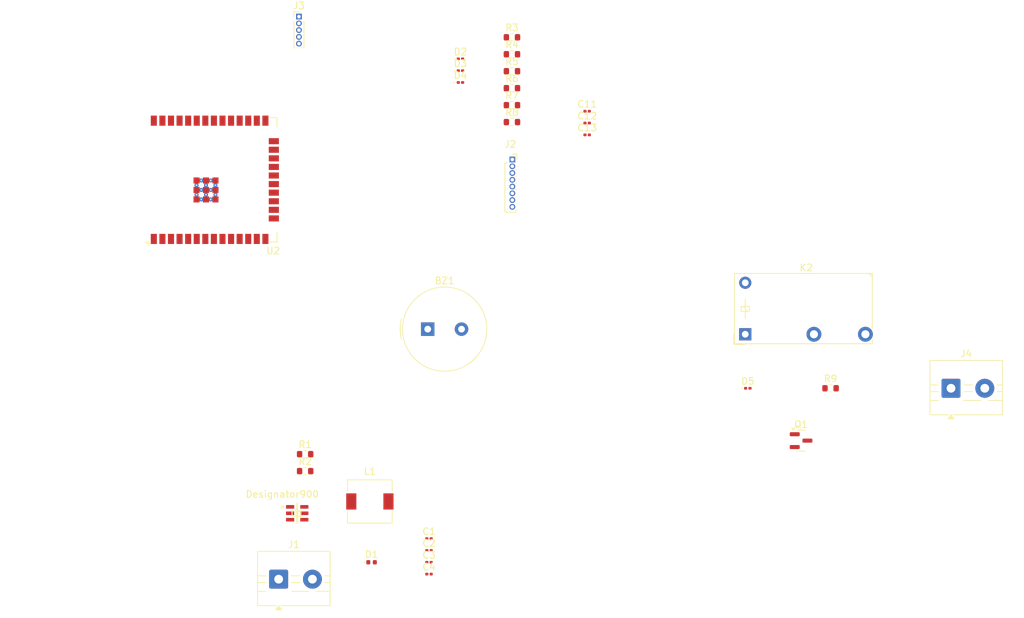
<source format=kicad_pcb>
(kicad_pcb (version 20241229) (generator "pcbnew") (generator_version "9.0")
  (layers (0 "F.Cu" signal) (2 "B.Cu" signal) (13 "F.Paste" user) (15 "B.Paste" user) (5 "F.SilkS" user "F.Silkscreen") (7 "B.SilkS" user "B.Silkscreen") (1 "F.Mask" user) (3 "B.Mask" user) (25 "Edge.Cuts" user))
  (net 0 "")
  (net 1 "+12V")
  (net 2 "GND")
  (net 3 "+3.3V")
  (net 4 "/EN")
  (net 5 "Net-(D1-A)")
  (net 6 "Net-(D2-A)")
  (net 7 "Net-(D3-A)")
  (net 8 "Net-(D4-A)")
  (net 9 "/to_SCK")
  (net 10 "/to_MISO")
  (net 11 "/to_NSS")
  (net 13 "/to_MOSI")
  (net 14 "/to_RST")
  (net 15 "Net-(U1-FB)")
  (net 16 "/green")
  (net 17 "/yellow")
  (net 18 "/red")
  (net 20 "/IO0")
  (net 30 "Net-(BZ1-+)")
  (net 34 "Net-(U1-SW)")
  (net 36 "/BOOT")
  (net 37 "/RST")
  (net 42 "/RXD")
  (net 43 "/TXD")
  (net 44 "Net-(U1-CB)")
  (net 45 "Net-(D5-A)")
  (net 46 "Net-(J4-Pin_2)")
  (net 47 "Net-(J4-Pin_1)")
  (net 48 "Net-(Q1-B)")
  (net 49 "/BUZZER")
  (net 50 "/RELAY")
  (footprint "LED_SMD:LED_0201_0603Metric" (layer "F.Cu") (at 157.655 69.5)
    (property "Reference" "D3" (at 0 -1.05 0) (layer "F.SilkS"))
    (property "Value" "LED")
    (fp_circle (center -0.86 0) (end -0.81 0) (stroke (width 0.1)) (fill no) (layer "F.SilkS"))
    (pad "1" smd roundrect (at -0.32 0) (size 0.46 0.4) (layers "F.Cu" "F.Mask") (net 2 "GND"))
    (pad "2" smd roundrect (at 0.32 0) (size 0.46 0.4) (layers "F.Cu" "F.Mask") (net 7 "Net-(D3-A)"))
  )
  (footprint "Resistor_SMD:R_0603_1608Metric" (layer "F.Cu") (at 212.425 116.5)
    (property "Reference" "R9" (at 0 -1.43 0) (layer "F.SilkS"))
    (property "Value" "1k")
    (fp_line (start -0.237258 -0.5225) (end 0.237258 -0.5225) (stroke (width 0.12)) (layer "F.SilkS"))
    (fp_line (start -0.237258 0.5225) (end 0.237258 0.5225) (stroke (width 0.12)) (layer "F.SilkS"))
    (pad "1" smd roundrect (at -0.825 0) (size 0.8 0.95) (layers "F.Cu" "F.Mask" "F.Paste") (net 50 "/RELAY"))
    (pad "2" smd roundrect (at 0.825 0) (size 0.8 0.95) (layers "F.Cu" "F.Mask" "F.Paste") (net 48 "Net-(Q1-B)"))
  )
  (footprint "Capacitor_SMD:C_0201_0603Metric" (layer "F.Cu") (at 153 142.25)
    (property "Reference" "C3" (at 0 -1.05 0) (layer "F.SilkS"))
    (property "Value" "100n")
    (pad "1" smd roundrect (at -0.32 0) (size 0.46 0.4) (layers "F.Cu" "F.Mask") (net 44 "Net-(U1-CB)"))
    (pad "2" smd roundrect (at 0.32 0) (size 0.46 0.4) (layers "F.Cu" "F.Mask") (net 34 "Net-(U1-SW)"))
  )
  (footprint "TerminalBlock:TerminalBlock_MaiXu_MX126-5.0-02P_1x02_P5.00mm" (layer "F.Cu") (at 130.75 144.75)
    (property "Reference" "J1" (at 2.25 -5.12 0) (layer "F.SilkS"))
    (property "Value" "Screw_Terminal_01x02")
    (fp_line (start -3.12 -4.12) (end -3.12 3.92) (stroke (width 0.12)) (layer "F.SilkS"))
    (fp_line (start -3.12 -4.12) (end 7.62 -4.12) (stroke (width 0.12)) (layer "F.SilkS"))
    (fp_line (start -3.12 -0.5) (end -1.88 -0.5) (stroke (width 0.12)) (layer "F.SilkS"))
    (fp_line (start -3.12 0.5) (end -1.88 0.5) (stroke (width 0.12)) (layer "F.SilkS"))
    (fp_line (start -3.12 1.8) (end -1.88 1.8) (stroke (width 0.12)) (layer "F.SilkS"))
    (fp_line (start -3.12 3.92) (end -0.3 3.92) (stroke (width 0.12)) (layer "F.SilkS"))
    (fp_line (start 0.3 3.92) (end 7.62 3.92) (stroke (width 0.12)) (layer "F.SilkS"))
    (fp_line (start 1.88 -0.5) (end 3.188 -0.5) (stroke (width 0.12)) (layer "F.SilkS"))
    (fp_line (start 1.88 0.5) (end 3.188 0.5) (stroke (width 0.12)) (layer "F.SilkS"))
    (fp_line (start 1.88 1.8) (end 4.457 1.8) (stroke (width 0.12)) (layer "F.SilkS"))
    (fp_line (start 5.543 1.8) (end 7.62 1.8) (stroke (width 0.12)) (layer "F.SilkS"))
    (fp_line (start 6.812 -0.5) (end 7.62 -0.5) (stroke (width 0.12)) (layer "F.SilkS"))
    (fp_line (start 6.812 0.5) (end 7.62 0.5) (stroke (width 0.12)) (layer "F.SilkS"))
    (fp_line (start 7.62 -4.12) (end 7.62 3.92) (stroke (width 0.12)) (layer "F.SilkS"))
    (fp_poly (pts (xy 0 3.92) (xy 0.44 4.53) (xy -0.44 4.53)) (stroke (width 0.12)) (fill yes) (layer "F.SilkS"))
    (pad "1" thru_hole roundrect (at 0 0) (size 2.8 2.8) (drill 1.3) (layers "*.Cu" "*.Mask") (roundrect_rratio 0.089286) (net 2 "GND"))
    (pad "2" thru_hole circle (at 5 0) (size 2.8 2.8) (drill 1.3) (layers "*.Cu" "*.Mask") (net 5 "Net-(D1-A)"))
  )
  (footprint "Resistor_SMD:R_0603_1608Metric" (layer "F.Cu") (at 165.275 64.56)
    (property "Reference" "R3" (at 0 -1.43 0) (layer "F.SilkS"))
    (property "Value" "1k")
    (fp_line (start -0.237258 -0.5225) (end 0.237258 -0.5225) (stroke (width 0.12)) (layer "F.SilkS"))
    (fp_line (start -0.237258 0.5225) (end 0.237258 0.5225) (stroke (width 0.12)) (layer "F.SilkS"))
    (pad "1" smd roundrect (at -0.825 0) (size 0.8 0.95) (layers "F.Cu" "F.Mask" "F.Paste") (net 16 "/green"))
    (pad "2" smd roundrect (at 0.825 0) (size 0.8 0.95) (layers "F.Cu" "F.Mask" "F.Paste") (net 6 "Net-(D2-A)"))
  )
  (footprint "Buzzer_Beeper:Buzzer_TDK_PS1240P02BT_D12.2mm_H6.5mm" (layer "F.Cu") (at 152.813431 107.75)
    (property "Reference" "BZ1" (at 2.5 -7.17 0) (layer "F.SilkS"))
    (property "Value" "Buzzer")
    (fp_arc (start -3.9 1.499999) (mid -4.073431 0) (end -3.9 -1.5) (stroke (width 0.12)) (layer "F.SilkS"))
    (fp_circle (center 2.5 0) (end 8.73 0) (stroke (width 0.12)) (fill no) (layer "F.SilkS"))
    (pad "1" thru_hole rect (at 0 0) (size 2 2) (drill 1) (layers "*.Cu" "*.Mask") (net 30 "Net-(BZ1-+)"))
    (pad "2" thru_hole circle (at 5 0) (size 2 2) (drill 1) (layers "*.Cu" "*.Mask") (net 2 "GND"))
  )
  (footprint "LMR516:DBV0006A-IPC_C" (layer "F.Cu") (at 133.5 135)
    (property "Reference" "U1" (at 0 0 0) (layer "F.SilkS"))
    (property "Value" "LMR51610XFQDBVRQ1")
    (fp_line (start -0.052136 -1.45) (end 0.052136 -1.45) (stroke (width 0.15)) (layer "F.SilkS"))
    (fp_line (start -0.052136 1.45) (end -0.052136 -1.45) (stroke (width 0.15)) (layer "F.SilkS"))
    (fp_line (start -0.052136 1.45) (end 0.052136 1.45) (stroke (width 0.15)) (layer "F.SilkS"))
    (fp_line (start 0.052136 1.45) (end 0.052136 -1.45) (stroke (width 0.15)) (layer "F.SilkS"))
    (fp_circle (center -2.203099 -0.950001) (end -2.078098 -0.950001) (stroke (width 0.25)) (fill no) (layer "F.SilkS"))
    (fp_text user "Designator900" (at -2.2098 -2.8194 0) (layer "F.SilkS"))
    (pad "1" smd rect (at -1.050483 -0.950001) (size 1.205235 0.529806) (layers "F.Cu" "F.Mask" "F.Paste") (net 44 "Net-(U1-CB)"))
    (pad "2" smd rect (at -1.050483 0) (size 1.205235 0.529806) (layers "F.Cu" "F.Mask" "F.Paste") (net 2 "GND"))
    (pad "3" smd rect (at -1.050483 0.950001) (size 1.205235 0.529806) (layers "F.Cu" "F.Mask" "F.Paste") (net 15 "Net-(U1-FB)"))
    (pad "4" smd rect (at 1.050483 0.950001) (size 1.205235 0.529806) (layers "F.Cu" "F.Mask" "F.Paste") (net 1 "+12V"))
    (pad "5" smd rect (at 1.050483 0) (size 1.205235 0.529806) (layers "F.Cu" "F.Mask" "F.Paste") (net 1 "+12V"))
    (pad "6" smd rect (at 1.050483 -0.950001) (size 1.205235 0.529806) (layers "F.Cu" "F.Mask" "F.Paste") (net 34 "Net-(U1-SW)"))
  )
  (footprint "Capacitor_SMD:C_0201_0603Metric" (layer "F.Cu") (at 153 144)
    (property "Reference" "C4" (at 0 -1.05 0) (layer "F.SilkS"))
    (property "Value" "10u")
    (pad "1" smd roundrect (at -0.32 0) (size 0.46 0.4) (layers "F.Cu" "F.Mask") (net 3 "+3.3V"))
    (pad "2" smd roundrect (at 0.32 0) (size 0.46 0.4) (layers "F.Cu" "F.Mask") (net 2 "GND"))
  )
  (footprint "Resistor_SMD:R_0603_1608Metric" (layer "F.Cu") (at 165.275 72.09)
    (property "Reference" "R6" (at 0 -1.43 0) (layer "F.SilkS"))
    (property "Value" "10k")
    (fp_line (start -0.237258 -0.5225) (end 0.237258 -0.5225) (stroke (width 0.12)) (layer "F.SilkS"))
    (fp_line (start -0.237258 0.5225) (end 0.237258 0.5225) (stroke (width 0.12)) (layer "F.SilkS"))
    (pad "1" smd roundrect (at -0.825 0) (size 0.8 0.95) (layers "F.Cu" "F.Mask" "F.Paste") (net 3 "+3.3V"))
    (pad "2" smd roundrect (at 0.825 0) (size 0.8 0.95) (layers "F.Cu" "F.Mask" "F.Paste") (net 4 "/EN"))
  )
  (footprint "LED_SMD:LED_0201_0603Metric" (layer "F.Cu") (at 157.655 71.25)
    (property "Reference" "D4" (at 0 -1.05 0) (layer "F.SilkS"))
    (property "Value" "LED")
    (fp_circle (center -0.86 0) (end -0.81 0) (stroke (width 0.1)) (fill no) (layer "F.SilkS"))
    (pad "1" smd roundrect (at -0.32 0) (size 0.46 0.4) (layers "F.Cu" "F.Mask") (net 2 "GND"))
    (pad "2" smd roundrect (at 0.32 0) (size 0.46 0.4) (layers "F.Cu" "F.Mask") (net 8 "Net-(D4-A)"))
  )
  (footprint "Relay_THT:Relay_SPST_Finder_32.21-x300" (layer "F.Cu") (at 199.8025 108.5075)
    (property "Reference" "K2" (at 9.029214 -9.845556 180) (layer "F.SilkS"))
    (property "Value" "Relay_SPST-NO")
    (fp_line (start -1.7 1.5) (end -1.7 0) (stroke (width 0.12)) (layer "F.SilkS"))
    (fp_line (start -1.6 -9) (end 18.8 -9) (stroke (width 0.12)) (layer "F.SilkS"))
    (fp_line (start -1.6 1.4) (end -1.6 -9) (stroke (width 0.12)) (layer "F.SilkS"))
    (fp_line (start -0.6 -4.1) (end -0.6 -3.4) (stroke (width 0.12)) (layer "F.SilkS"))
    (fp_line (start -0.6 -3.4) (end 0.6 -3.4) (stroke (width 0.12)) (layer "F.SilkS"))
    (fp_line (start 0 -4.1) (end 0 -5.2) (stroke (width 0.12)) (layer "F.SilkS"))
    (fp_line (start 0 -3.4) (end 0 -2.3) (stroke (width 0.12)) (layer "F.SilkS"))
    (fp_line (start 0 1.5) (end -1.7 1.5) (stroke (width 0.12)) (layer "F.SilkS"))
    (fp_line (start 0.2 -3.4) (end -0.2 -4.1) (stroke (width 0.12)) (layer "F.SilkS"))
    (fp_line (start 0.6 -4.1) (end -0.6 -4.1) (stroke (width 0.12)) (layer "F.SilkS"))
    (fp_line (start 0.6 -3.4) (end 0.6 -4.1) (stroke (width 0.12)) (layer "F.SilkS"))
    (fp_line (start 18.279214 -8.995556) (end 18.779214 -8.495556) (stroke (width 0.12)) (layer "F.SilkS"))
    (fp_line (start 18.479214 -8.995556) (end 18.779214 -8.695556) (stroke (width 0.12)) (layer "F.SilkS"))
    (fp_line (start 18.679214 -8.995556) (end 18.779214 -8.895556) (stroke (width 0.12)) (layer "F.SilkS"))
    (fp_line (start 18.779214 -8.795556) (end 18.579214 -8.995556) (stroke (width 0.12)) (layer "F.SilkS"))
    (fp_line (start 18.779214 -8.595556) (end 18.379214 -8.995556) (stroke (width 0.12)) (layer "F.SilkS"))
    (fp_line (start 18.8 -9) (end 18.8 -0.795556) (stroke (width 0.12)) (layer "F.SilkS"))
    (fp_line (start 18.8 0.8) (end 18.8 1.4) (stroke (width 0.12)) (layer "F.SilkS"))
    (fp_line (start 18.8 1.4) (end -1.6 1.4) (stroke (width 0.12)) (layer "F.SilkS"))
    (pad "13" thru_hole circle (at 10.16 0 90) (size 2.2 2.2) (drill 1.2) (layers "*.Cu" "*.Mask") (net 46 "Net-(J4-Pin_2)"))
    (pad "14" thru_hole circle (at 17.78 0 90) (size 2.2 2.2) (drill 1.2) (layers "*.Cu" "*.Mask") (net 47 "Net-(J4-Pin_1)"))
    (pad "A1" thru_hole rect (at 0 0 90) (size 1.8 1.8) (drill 1) (layers "*.Cu" "*.Mask") (net 45 "Net-(D5-A)"))
    (pad "A2" thru_hole circle (at 0 -7.62 90) (size 1.8 1.8) (drill 1) (layers "*.Cu" "*.Mask") (net 1 "+12V"))
  )
  (footprint "Resistor_SMD:R_0603_1608Metric" (layer "F.Cu") (at 165.275 74.6)
    (property "Reference" "R7" (at 0 -1.43 0) (layer "F.SilkS"))
    (property "Value" "10k")
    (fp_line (start -0.237258 -0.5225) (end 0.237258 -0.5225) (stroke (width 0.12)) (layer "F.SilkS"))
    (fp_line (start -0.237258 0.5225) (end 0.237258 0.5225) (stroke (width 0.12)) (layer "F.SilkS"))
    (pad "1" smd roundrect (at -0.825 0) (size 0.8 0.95) (layers "F.Cu" "F.Mask" "F.Paste") (net 3 "+3.3V"))
    (pad "2" smd roundrect (at 0.825 0) (size 0.8 0.95) (layers "F.Cu" "F.Mask" "F.Paste") (net 20 "/IO0"))
  )
  (footprint "RF_Module:ESP32-WROOM-32E" (layer "F.Cu") (at 117.54 85.65 90)
    (property "Reference" "U2" (at -10.5 13.5 0) (layer "F.SilkS") (effects (justify right)))
    (property "Value" "ESP32-WROOM-32E")
    (fp_line (start 9.2 12.95) (end 9.2 12) (stroke (width 0.12)) (layer "F.SilkS"))
    (fp_line (start 7.8 12.95) (end 9.2 12.95) (stroke (width 0.12)) (layer "F.SilkS"))
    (fp_line (start -7.8 12.95) (end -9.2 12.95) (stroke (width 0.12)) (layer "F.SilkS"))
    (fp_line (start -9.2 12.95) (end -9.2 12) (stroke (width 0.12)) (layer "F.SilkS"))
    (fp_poly (pts (xy -9.2 -6) (xy -9.7 -6) (xy -9.2 -6.5) (xy -9.2 -6)) (stroke (width 0.12)) (fill yes) (layer "F.SilkS"))
    (pad "1" smd rect (at -8.75 -5.26 90) (size 1.5 0.9) (layers "F.Cu" "F.Mask" "F.Paste") (net 2 "GND"))
    (pad "2" smd rect (at -8.75 -3.99 90) (size 1.5 0.9) (layers "F.Cu" "F.Mask" "F.Paste") (net 3 "+3.3V"))
    (pad "3" smd rect (at -8.75 -2.72 90) (size 1.5 0.9) (layers "F.Cu" "F.Mask" "F.Paste") (net 4 "/EN"))
    (pad "4" smd rect (at -8.75 -1.45 90) (size 1.5 0.9) (layers "F.Cu" "F.Mask" "F.Paste") (net 2 "GND"))
    (pad "5" smd rect (at -8.75 -0.18 90) (size 1.5 0.9) (layers "F.Cu" "F.Mask" "F.Paste") (net 2 "GND"))
    (pad "6" smd rect (at -8.75 1.09 90) (size 1.5 0.9) (layers "F.Cu" "F.Mask" "F.Paste"))
    (pad "7" smd rect (at -8.75 2.36 90) (size 1.5 0.9) (layers "F.Cu" "F.Mask" "F.Paste"))
    (pad "8" smd rect (at -8.75 3.63 90) (size 1.5 0.9) (layers "F.Cu" "F.Mask" "F.Paste") (net 18 "/red"))
    (pad "9" smd rect (at -8.75 4.9 90) (size 1.5 0.9) (layers "F.Cu" "F.Mask" "F.Paste"))
    (pad "10" smd rect (at -8.75 6.17 90) (size 1.5 0.9) (layers "F.Cu" "F.Mask" "F.Paste") (net 14 "/to_RST"))
    (pad "11" smd rect (at -8.75 7.44 90) (size 1.5 0.9) (layers "F.Cu" "F.Mask" "F.Paste") (net 16 "/green"))
    (pad "12" smd rect (at -8.75 8.71 90) (size 1.5 0.9) (layers "F.Cu" "F.Mask" "F.Paste") (net 17 "/yellow"))
    (pad "13" smd rect (at -8.75 9.98 90) (size 1.5 0.9) (layers "F.Cu" "F.Mask" "F.Paste"))
    (pad "14" smd rect (at -8.75 11.25 90) (size 1.5 0.9) (layers "F.Cu" "F.Mask" "F.Paste"))
    (pad "15" smd rect (at -5.715 12.5 180) (size 1.5 0.9) (layers "F.Cu" "F.Mask" "F.Paste") (net 2 "GND"))
    (pad "16" smd rect (at -4.445 12.5 180) (size 1.5 0.9) (layers "F.Cu" "F.Mask" "F.Paste") (net 49 "/BUZZER"))
    (pad "17" smd rect (at -3.175 12.5 180) (size 1.5 0.9) (layers "F.Cu" "F.Mask" "F.Paste"))
    (pad "18" smd rect (at -1.905 12.5 180) (size 1.5 0.9) (layers "F.Cu" "F.Mask" "F.Paste"))
    (pad "19" smd rect (at -0.635 12.5 180) (size 1.5 0.9) (layers "F.Cu" "F.Mask" "F.Paste"))
    (pad "20" smd rect (at 0.635 12.5 180) (size 1.5 0.9) (layers "F.Cu" "F.Mask" "F.Paste"))
    (pad "21" smd rect (at 1.905 12.5 180) (size 1.5 0.9) (layers "F.Cu" "F.Mask" "F.Paste"))
    (pad "22" smd rect (at 3.175 12.5 180) (size 1.5 0.9) (layers "F.Cu" "F.Mask" "F.Paste"))
    (pad "23" smd rect (at 4.445 12.5 180) (size 1.5 0.9) (layers "F.Cu" "F.Mask" "F.Paste") (net 50 "/RELAY"))
    (pad "24" smd rect (at 5.715 12.5 180) (size 1.5 0.9) (layers "F.Cu" "F.Mask" "F.Paste"))
    (pad "25" smd rect (at 8.75 11.25 90) (size 1.5 0.9) (layers "F.Cu" "F.Mask" "F.Paste") (net 20 "/IO0"))
    (pad "26" smd rect (at 8.75 9.98 90) (size 1.5 0.9) (layers "F.Cu" "F.Mask" "F.Paste"))
    (pad "27" smd rect (at 8.75 8.71 90) (size 1.5 0.9) (layers "F.Cu" "F.Mask" "F.Paste"))
    (pad "28" smd rect (at 8.75 7.44 90) (size 1.5 0.9) (layers "F.Cu" "F.Mask" "F.Paste"))
    (pad "29" smd rect (at 8.75 6.17 90) (size 1.5 0.9) (layers "F.Cu" "F.Mask" "F.Paste") (net 11 "/to_NSS"))
    (pad "30" smd rect (at 8.75 4.9 90) (size 1.5 0.9) (layers "F.Cu" "F.Mask" "F.Paste") (net 9 "/to_SCK"))
    (pad "31" smd rect (at 8.75 3.63 90) (size 1.5 0.9) (layers "F.Cu" "F.Mask" "F.Paste") (net 10 "/to_MISO"))
    (pad "32" smd rect (at 8.75 2.36 90) (size 1.5 0.9) (layers "F.Cu" "F.Mask" "F.Paste"))
    (pad "33" smd rect (at 8.75 1.09 90) (size 1.5 0.9) (layers "F.Cu" "F.Mask" "F.Paste"))
    (pad "34" smd rect (at 8.75 -0.18 90) (size 1.5 0.9) (layers "F.Cu" "F.Mask" "F.Paste") (net 43 "/TXD"))
    (pad "35" smd rect (at 8.75 -1.45 90) (size 1.5 0.9) (layers "F.Cu" "F.Mask" "F.Paste") (net 42 "/RXD"))
    (pad "36" smd rect (at 8.75 -2.72 90) (size 1.5 0.9) (layers "F.Cu" "F.Mask" "F.Paste"))
    (pad "37" smd rect (at 8.75 -3.99 90) (size 1.5 0.9) (layers "F.Cu" "F.Mask" "F.Paste") (net 13 "/to_MOSI"))
    (pad "38" smd rect (at 8.75 -5.26 90) (size 1.5 0.9) (layers "F.Cu" "F.Mask" "F.Paste") (net 2 "GND"))
    (pad "39" smd rect (at -2.9 1.06 90) (size 0.9 0.9) (property pad_prop_heatsink) (layers "F.Cu" "F.Mask" "F.Paste") (net 2 "GND"))
    (pad "39" thru_hole circle (at -2.9 1.76 90) (size 0.6 0.6) (drill 0.2) (property pad_prop_heatsink) (layers "*.Cu" "*.Mask") (net 2 "GND"))
    (pad "39" smd rect (at -2.9 2.46 90) (size 0.9 0.9) (property pad_prop_heatsink) (layers "F.Cu" "F.Mask" "F.Paste") (net 2 "GND"))
    (pad "39" thru_hole circle (at -2.9 3.16 90) (size 0.6 0.6) (drill 0.2) (property pad_prop_heatsink) (layers "*.Cu" "*.Mask") (net 2 "GND"))
    (pad "39" smd rect (at -2.9 3.86 90) (size 0.9 0.9) (property pad_prop_heatsink) (layers "F.Cu" "F.Mask" "F.Paste") (net 2 "GND"))
    (pad "39" thru_hole circle (at -2.2 1.06 90) (size 0.6 0.6) (drill 0.2) (property pad_prop_heatsink) (layers "*.Cu" "*.Mask") (net 2 "GND"))
    (pad "39" thru_hole circle (at -2.2 2.46 90) (size 0.6 0.6) (drill 0.2) (property pad_prop_heatsink) (layers "*.Cu" "*.Mask") (net 2 "GND"))
    (pad "39" thru_hole circle (at -2.2 3.86 90) (size 0.6 0.6) (drill 0.2) (property pad_prop_heatsink) (layers "*.Cu" "*.Mask") (net 2 "GND"))
    (pad "39" smd rect (at -1.5 1.06 90) (size 0.9 0.9) (property pad_prop_heatsink) (layers "F.Cu" "F.Mask" "F.Paste") (net 2 "GND"))
    (pad "39" thru_hole circle (at -1.5 1.76 90) (size 0.6 0.6) (drill 0.2) (property pad_prop_heatsink) (layers "*.Cu" "*.Mask") (net 2 "GND"))
    (pad "39" smd rect (at -1.5 2.46 90) (size 0.9 0.9) (property pad_prop_heatsink) (layers "F.Cu" "F.Mask" "F.Paste") (net 2 "GND"))
    (pad "39" thru_hole circle (at -1.5 3.16 90) (size 0.6 0.6) (drill 0.2) (property pad_prop_heatsink) (layers "*.Cu" "*.Mask") (net 2 "GND"))
    (pad "39" smd rect (at -1.5 3.86 90) (size 0.9 0.9) (property pad_prop_heatsink) (layers "F.Cu" "F.Mask" "F.Paste") (net 2 "GND"))
    (pad "39" thru_hole circle (at -0.8 1.06 90) (size 0.6 0.6) (drill 0.2) (property pad_prop_heatsink) (layers "*.Cu" "*.Mask") (net 2 "GND"))
    (pad "39" thru_hole circle (at -0.8 2.46 90) (size 0.6 0.6) (drill 0.2) (property pad_prop_heatsink) (layers "*.Cu" "*.Mask") (net 2 "GND"))
    (pad "39" thru_hole circle (at -0.8 3.86 90) (size 0.6 0.6) (drill 0.2) (property pad_prop_heatsink) (layers "*.Cu" "*.Mask") (net 2 "GND"))
    (pad "39" smd rect (at -0.1 1.06 90) (size 0.9 0.9) (property pad_prop_heatsink) (layers "F.Cu" "F.Mask" "F.Paste") (net 2 "GND"))
    (pad "39" thru_hole circle (at -0.1 1.76 90) (size 0.6 0.6) (drill 0.2) (property pad_prop_heatsink) (layers "*.Cu" "*.Mask") (net 2 "GND"))
    (pad "39" smd rect (at -0.1 2.46 90) (size 0.9 0.9) (property pad_prop_heatsink) (layers "F.Cu" "F.Mask" "F.Paste") (net 2 "GND"))
    (pad "39" thru_hole circle (at -0.1 3.16 90) (size 0.6 0.6) (drill 0.2) (property pad_prop_heatsink) (layers "*.Cu" "*.Mask") (net 2 "GND"))
    (pad "39" smd rect (at -0.1 3.86 90) (size 0.9 0.9) (property pad_prop_heatsink) (layers "F.Cu" "F.Mask" "F.Paste") (net 2 "GND"))
  )
  (footprint "Resistor_SMD:R_0603_1608Metric" (layer "F.Cu") (at 134.675 128.76)
    (property "Reference" "R2" (at 0 -1.43 0) (layer "F.SilkS"))
    (property "Value" "32k")
    (fp_line (start -0.237258 -0.5225) (end 0.237258 -0.5225) (stroke (width 0.12)) (layer "F.SilkS"))
    (fp_line (start -0.237258 0.5225) (end 0.237258 0.5225) (stroke (width 0.12)) (layer "F.SilkS"))
    (pad "1" smd roundrect (at -0.825 0) (size 0.8 0.95) (layers "F.Cu" "F.Mask" "F.Paste") (net 15 "Net-(U1-FB)"))
    (pad "2" smd roundrect (at 0.825 0) (size 0.8 0.95) (layers "F.Cu" "F.Mask" "F.Paste") (net 2 "GND"))
  )
  (footprint "Capacitor_SMD:C_0201_0603Metric" (layer "F.Cu") (at 153 140.5)
    (property "Reference" "C2" (at 0 -1.05 0) (layer "F.SilkS"))
    (property "Value" "100n")
    (pad "1" smd roundrect (at -0.32 0) (size 0.46 0.4) (layers "F.Cu" "F.Mask") (net 1 "+12V"))
    (pad "2" smd roundrect (at 0.32 0) (size 0.46 0.4) (layers "F.Cu" "F.Mask") (net 2 "GND"))
  )
  (footprint "Capacitor_SMD:C_0201_0603Metric" (layer "F.Cu") (at 176.405 77.25)
    (property "Reference" "C12" (at 0 -1.05 0) (layer "F.SilkS"))
    (property "Value" "100n")
    (pad "1" smd roundrect (at -0.32 0) (size 0.46 0.4) (layers "F.Cu" "F.Mask") (net 20 "/IO0"))
    (pad "2" smd roundrect (at 0.32 0) (size 0.46 0.4) (layers "F.Cu" "F.Mask") (net 36 "/BOOT"))
  )
  (footprint "Resistor_SMD:R_0603_1608Metric" (layer "F.Cu") (at 165.275 69.58)
    (property "Reference" "R5" (at 0 -1.43 0) (layer "F.SilkS"))
    (property "Value" "1k")
    (fp_line (start -0.237258 -0.5225) (end 0.237258 -0.5225) (stroke (width 0.12)) (layer "F.SilkS"))
    (fp_line (start -0.237258 0.5225) (end 0.237258 0.5225) (stroke (width 0.12)) (layer "F.SilkS"))
    (pad "1" smd roundrect (at -0.825 0) (size 0.8 0.95) (layers "F.Cu" "F.Mask" "F.Paste") (net 18 "/red"))
    (pad "2" smd roundrect (at 0.825 0) (size 0.8 0.95) (layers "F.Cu" "F.Mask" "F.Paste") (net 8 "Net-(D4-A)"))
  )
  (footprint "Capacitor_SMD:C_0201_0603Metric" (layer "F.Cu") (at 176.405 79)
    (property "Reference" "C13" (at 0 -1.05 0) (layer "F.SilkS"))
    (property "Value" "100n")
    (pad "1" smd roundrect (at -0.32 0) (size 0.46 0.4) (layers "F.Cu" "F.Mask") (net 4 "/EN"))
    (pad "2" smd roundrect (at 0.32 0) (size 0.46 0.4) (layers "F.Cu" "F.Mask") (net 37 "/RST"))
  )
  (footprint "Resistor_SMD:R_0603_1608Metric" (layer "F.Cu") (at 165.275 67.07)
    (property "Reference" "R4" (at 0 -1.43 0) (layer "F.SilkS"))
    (property "Value" "1k")
    (fp_line (start -0.237258 -0.5225) (end 0.237258 -0.5225) (stroke (width 0.12)) (layer "F.SilkS"))
    (fp_line (start -0.237258 0.5225) (end 0.237258 0.5225) (stroke (width 0.12)) (layer "F.SilkS"))
    (pad "1" smd roundrect (at -0.825 0) (size 0.8 0.95) (layers "F.Cu" "F.Mask" "F.Paste") (net 17 "/yellow"))
    (pad "2" smd roundrect (at 0.825 0) (size 0.8 0.95) (layers "F.Cu" "F.Mask" "F.Paste") (net 7 "Net-(D3-A)"))
  )
  (footprint "Capacitor_SMD:C_0201_0603Metric" (layer "F.Cu") (at 176.405 75.5)
    (property "Reference" "C11" (at 0 -1.05 0) (layer "F.SilkS"))
    (property "Value" "1u")
    (pad "1" smd roundrect (at -0.32 0) (size 0.46 0.4) (layers "F.Cu" "F.Mask") (net 4 "/EN"))
    (pad "2" smd roundrect (at 0.32 0) (size 0.46 0.4) (layers "F.Cu" "F.Mask") (net 2 "GND"))
  )
  (footprint "Connector_PinSocket_1.00mm:PinSocket_1x08_P1.00mm_Vertical" (layer "F.Cu") (at 165.335 82.65)
    (property "Reference" "J2" (at -0.29 -2.25 0) (layer "F.SilkS"))
    (property "Value" "Conn_01x08")
    (fp_line (start -1.1 0.5) (end -1.1 7.81) (stroke (width 0.12)) (layer "F.SilkS"))
    (fp_line (start -1.1 0.5) (end -0.685 0.5) (stroke (width 0.12)) (layer "F.SilkS"))
    (fp_line (start -1.1 7.81) (end 0.52 7.81) (stroke (width 0.12)) (layer "F.SilkS"))
    (fp_line (start 0 -0.81) (end 0.685 -0.81) (stroke (width 0.12)) (layer "F.SilkS"))
    (fp_line (start 0.52 1.445898) (end 0.52 1.554102) (stroke (width 0.12)) (layer "F.SilkS"))
    (fp_line (start 0.52 2.445898) (end 0.52 2.554102) (stroke (width 0.12)) (layer "F.SilkS"))
    (fp_line (start 0.52 3.445898) (end 0.52 3.554102) (stroke (width 0.12)) (layer "F.SilkS"))
    (fp_line (start 0.52 4.445898) (end 0.52 4.554102) (stroke (width 0.12)) (layer "F.SilkS"))
    (fp_line (start 0.52 5.445898) (end 0.52 5.554102) (stroke (width 0.12)) (layer "F.SilkS"))
    (fp_line (start 0.52 6.445898) (end 0.52 6.554102) (stroke (width 0.12)) (layer "F.SilkS"))
    (fp_line (start 0.52 7.445898) (end 0.52 7.81) (stroke (width 0.12)) (layer "F.SilkS"))
    (fp_line (start 0.685 -0.81) (end 0.685 0) (stroke (width 0.12)) (layer "F.SilkS"))
    (pad "1" thru_hole rect (at 0 0) (size 0.85 0.85) (drill 0.5) (layers "*.Cu" "*.Mask") (net 3 "+3.3V"))
    (pad "2" thru_hole circle (at 0 1) (size 0.85 0.85) (drill 0.5) (layers "*.Cu" "*.Mask") (net 14 "/to_RST"))
    (pad "3" thru_hole circle (at 0 2) (size 0.85 0.85) (drill 0.5) (layers "*.Cu" "*.Mask") (net 2 "GND"))
    (pad "4" thru_hole circle (at 0 3) (size 0.85 0.85) (drill 0.5) (layers "*.Cu" "*.Mask") (net 10 "/to_MISO"))
    (pad "5" thru_hole circle (at 0 4) (size 0.85 0.85) (drill 0.5) (layers "*.Cu" "*.Mask") (net 13 "/to_MOSI"))
    (pad "6" thru_hole circle (at 0 5) (size 0.85 0.85) (drill 0.5) (layers "*.Cu" "*.Mask") (net 9 "/to_SCK"))
    (pad "7" thru_hole circle (at 0 6) (size 0.85 0.85) (drill 0.5) (layers "*.Cu" "*.Mask") (net 11 "/to_NSS"))
    (pad "8" thru_hole circle (at 0 7) (size 0.85 0.85) (drill 0.5) (layers "*.Cu" "*.Mask"))
  )
  (footprint "Resistor_SMD:R_0603_1608Metric" (layer "F.Cu") (at 134.675 126.25)
    (property "Reference" "R1" (at 0 -1.43 0) (layer "F.SilkS"))
    (property "Value" "100k")
    (fp_line (start -0.237258 -0.5225) (end 0.237258 -0.5225) (stroke (width 0.12)) (layer "F.SilkS"))
    (fp_line (start -0.237258 0.5225) (end 0.237258 0.5225) (stroke (width 0.12)) (layer "F.SilkS"))
    (pad "1" smd roundrect (at -0.825 0) (size 0.8 0.95) (layers "F.Cu" "F.Mask" "F.Paste") (net 3 "+3.3V"))
    (pad "2" smd roundrect (at 0.825 0) (size 0.8 0.95) (layers "F.Cu" "F.Mask" "F.Paste") (net 15 "Net-(U1-FB)"))
  )
  (footprint "Connector_PinHeader_1.00mm:PinHeader_1x05_P1.00mm_Vertical" (layer "F.Cu") (at 133.75 61.5)
    (property "Reference" "J3" (at 0 -1.61 0) (layer "F.SilkS"))
    (property "Value" "Conn_01x05_Socket")
    (fp_line (start -0.745 -0.735) (end 0 -0.735) (stroke (width 0.12)) (layer "F.SilkS"))
    (fp_line (start -0.745 0) (end -0.745 -0.735) (stroke (width 0.12)) (layer "F.SilkS"))
    (fp_line (start -0.745 0.735) (end -0.745 4.61) (stroke (width 0.12)) (layer "F.SilkS"))
    (fp_line (start -0.745 0.735) (end -0.685565 0.735) (stroke (width 0.12)) (layer "F.SilkS"))
    (fp_line (start -0.745 4.61) (end -0.41003 4.61) (stroke (width 0.12)) (layer "F.SilkS"))
    (fp_line (start 0.41003 4.61) (end 0.745 4.61) (stroke (width 0.12)) (layer "F.SilkS"))
    (fp_line (start 0.685565 0.735) (end 0.745 0.735) (stroke (width 0.12)) (layer "F.SilkS"))
    (fp_line (start 0.745 0.735) (end 0.745 4.61) (stroke (width 0.12)) (layer "F.SilkS"))
    (pad "1" thru_hole rect (at 0 0) (size 0.85 0.85) (drill 0.5) (layers "*.Cu" "*.Mask") (net 2 "GND"))
    (pad "2" thru_hole circle (at 0 1) (size 0.85 0.85) (drill 0.5) (layers "*.Cu" "*.Mask") (net 43 "/TXD"))
    (pad "3" thru_hole circle (at 0 2) (size 0.85 0.85) (drill 0.5) (layers "*.Cu" "*.Mask") (net 42 "/RXD"))
    (pad "4" thru_hole circle (at 0 3) (size 0.85 0.85) (drill 0.5) (layers "*.Cu" "*.Mask") (net 37 "/RST"))
    (pad "5" thru_hole circle (at 0 4) (size 0.85 0.85) (drill 0.5) (layers "*.Cu" "*.Mask") (net 36 "/BOOT"))
  )
  (footprint "Diode_SMD:D_0201_0603Metric" (layer "F.Cu") (at 200.18 116.5)
    (property "Reference" "D5" (at 0 -1.05 0) (layer "F.SilkS"))
    (property "Value" "75V 300mA")
    (fp_circle (center -0.86 0) (end -0.81 0) (stroke (width 0.1)) (fill no) (layer "F.SilkS"))
    (pad "1" smd roundrect (at -0.32 0) (size 0.46 0.4) (layers "F.Cu" "F.Mask") (net 1 "+12V"))
    (pad "2" smd roundrect (at 0.32 0) (size 0.46 0.4) (layers "F.Cu" "F.Mask") (net 45 "Net-(D5-A)"))
  )
  (footprint "LED_SMD:LED_0201_0603Metric" (layer "F.Cu") (at 157.655 67.75)
    (property "Reference" "D2" (at 0 -1.05 0) (layer "F.SilkS"))
    (property "Value" "LED")
    (fp_circle (center -0.86 0) (end -0.81 0) (stroke (width 0.1)) (fill no) (layer "F.SilkS"))
    (pad "1" smd roundrect (at -0.32 0) (size 0.46 0.4) (layers "F.Cu" "F.Mask") (net 2 "GND"))
    (pad "2" smd roundrect (at 0.32 0) (size 0.46 0.4) (layers "F.Cu" "F.Mask") (net 6 "Net-(D2-A)"))
  )
  (footprint "Package_TO_SOT_SMD:SOT-23" (layer "F.Cu") (at 208.0625 124.25)
    (property "Reference" "Q1" (at 0 -2.4 0) (layer "F.SilkS"))
    (property "Value" "Q_NPN_BCE")
    (fp_line (start 0 -1.56) (end -0.65 -1.56) (stroke (width 0.12)) (layer "F.SilkS"))
    (fp_line (start 0 -1.56) (end 0.65 -1.56) (stroke (width 0.12)) (layer "F.SilkS"))
    (fp_line (start 0 1.56) (end -0.65 1.56) (stroke (width 0.12)) (layer "F.SilkS"))
    (fp_line (start 0 1.56) (end 0.65 1.56) (stroke (width 0.12)) (layer "F.SilkS"))
    (fp_poly (pts (xy -1.1625 -1.51) (xy -1.4025 -1.84) (xy -0.9225 -1.84)) (stroke (width 0.12)) (fill yes) (layer "F.SilkS"))
    (pad "1" smd roundrect (at -0.9375 -0.95) (size 1.475 0.6) (layers "F.Cu" "F.Mask" "F.Paste") (net 48 "Net-(Q1-B)"))
    (pad "2" smd roundrect (at -0.9375 0.95) (size 1.475 0.6) (layers "F.Cu" "F.Mask" "F.Paste") (net 45 "Net-(D5-A)"))
    (pad "3" smd roundrect (at 0.9375 0) (size 1.475 0.6) (layers "F.Cu" "F.Mask" "F.Paste") (net 2 "GND"))
  )
  (footprint "Inductor_SMD:L_6.3x6.3_H3" (layer "F.Cu") (at 144.25 133.25)
    (property "Reference" "L1" (at 0 -4.45 0) (layer "F.SilkS"))
    (property "Value" "15u")
    (fp_line (start -3.3 -3.2) (end 3.3 -3.2) (stroke (width 0.12)) (layer "F.SilkS"))
    (fp_line (start -3.3 -1.5) (end -3.3 -3.2) (stroke (width 0.12)) (layer "F.SilkS"))
    (fp_line (start -3.3 3.2) (end -3.3 1.5) (stroke (width 0.12)) (layer "F.SilkS"))
    (fp_line (start 3.3 -3.2) (end 3.3 -1.5) (stroke (width 0.12)) (layer "F.SilkS"))
    (fp_line (start 3.3 1.5) (end 3.3 3.2) (stroke (width 0.12)) (layer "F.SilkS"))
    (fp_line (start 3.3 3.2) (end -3.3 3.2) (stroke (width 0.12)) (layer "F.SilkS"))
    (pad "1" smd rect (at -2.75 0) (size 1.5 2.4) (layers "F.Cu" "F.Mask" "F.Paste") (net 34 "Net-(U1-SW)"))
    (pad "2" smd rect (at 2.75 0) (size 1.5 2.4) (layers "F.Cu" "F.Mask" "F.Paste") (net 3 "+3.3V"))
  )
  (footprint "Resistor_SMD:R_0603_1608Metric" (layer "F.Cu") (at 165.275 77.11)
    (property "Reference" "R8" (at 0 -1.43 0) (layer "F.SilkS"))
    (property "Value" "100")
    (fp_line (start -0.237258 -0.5225) (end 0.237258 -0.5225) (stroke (width 0.12)) (layer "F.SilkS"))
    (fp_line (start -0.237258 0.5225) (end 0.237258 0.5225) (stroke (width 0.12)) (layer "F.SilkS"))
    (pad "1" smd roundrect (at -0.825 0) (size 0.8 0.95) (layers "F.Cu" "F.Mask" "F.Paste") (net 49 "/BUZZER"))
    (pad "2" smd roundrect (at 0.825 0) (size 0.8 0.95) (layers "F.Cu" "F.Mask" "F.Paste") (net 30 "Net-(BZ1-+)"))
  )
  (footprint "Diode_SMD:D_0402_1005Metric" (layer "F.Cu") (at 144.5 142.25)
    (property "Reference" "D1" (at 0 -1.17 0) (layer "F.SilkS"))
    (property "Value" "40V 3A")
    (fp_circle (center -1.09 0) (end -1.04 0) (stroke (width 0.1)) (fill no) (layer "F.SilkS"))
    (pad "1" smd roundrect (at -0.485 0) (size 0.59 0.64) (layers "F.Cu" "F.Mask" "F.Paste") (net 1 "+12V"))
    (pad "2" smd roundrect (at 0.485 0) (size 0.59 0.64) (layers "F.Cu" "F.Mask" "F.Paste") (net 5 "Net-(D1-A)"))
  )
  (footprint "TerminalBlock:TerminalBlock_MaiXu_MX126-5.0-02P_1x02_P5.00mm" (layer "F.Cu") (at 230.25 116.5)
    (property "Reference" "J4" (at 2.25 -5.12 0) (layer "F.SilkS"))
    (property "Value" "Screw_Terminal_01x02")
    (fp_line (start -3.12 -4.12) (end -3.12 3.92) (stroke (width 0.12)) (layer "F.SilkS"))
    (fp_line (start -3.12 -4.12) (end 7.62 -4.12) (stroke (width 0.12)) (layer "F.SilkS"))
    (fp_line (start -3.12 -0.5) (end -1.88 -0.5) (stroke (width 0.12)) (layer "F.SilkS"))
    (fp_line (start -3.12 0.5) (end -1.88 0.5) (stroke (width 0.12)) (layer "F.SilkS"))
    (fp_line (start -3.12 1.8) (end -1.88 1.8) (stroke (width 0.12)) (layer "F.SilkS"))
    (fp_line (start -3.12 3.92) (end -0.3 3.92) (stroke (width 0.12)) (layer "F.SilkS"))
    (fp_line (start 0.3 3.92) (end 7.62 3.92) (stroke (width 0.12)) (layer "F.SilkS"))
    (fp_line (start 1.88 -0.5) (end 3.188 -0.5) (stroke (width 0.12)) (layer "F.SilkS"))
    (fp_line (start 1.88 0.5) (end 3.188 0.5) (stroke (width 0.12)) (layer "F.SilkS"))
    (fp_line (start 1.88 1.8) (end 4.457 1.8) (stroke (width 0.12)) (layer "F.SilkS"))
    (fp_line (start 5.543 1.8) (end 7.62 1.8) (stroke (width 0.12)) (layer "F.SilkS"))
    (fp_line (start 6.812 -0.5) (end 7.62 -0.5) (stroke (width 0.12)) (layer "F.SilkS"))
    (fp_line (start 6.812 0.5) (end 7.62 0.5) (stroke (width 0.12)) (layer "F.SilkS"))
    (fp_line (start 7.62 -4.12) (end 7.62 3.92) (stroke (width 0.12)) (layer "F.SilkS"))
    (fp_poly (pts (xy 0 3.92) (xy 0.44 4.53) (xy -0.44 4.53)) (stroke (width 0.12)) (fill yes) (layer "F.SilkS"))
    (pad "1" thru_hole roundrect (at 0 0) (size 2.8 2.8) (drill 1.3) (layers "*.Cu" "*.Mask") (roundrect_rratio 0.089286) (net 47 "Net-(J4-Pin_1)"))
    (pad "2" thru_hole circle (at 5 0) (size 2.8 2.8) (drill 1.3) (layers "*.Cu" "*.Mask") (net 46 "Net-(J4-Pin_2)"))
  )
  (footprint "Capacitor_SMD:C_0201_0603Metric" (layer "F.Cu") (at 153 138.75)
    (property "Reference" "C1" (at 0 -1.05 0) (layer "F.SilkS"))
    (property "Value" "3.3u")
    (pad "1" smd roundrect (at -0.32 0) (size 0.46 0.4) (layers "F.Cu" "F.Mask") (net 1 "+12V"))
    (pad "2" smd roundrect (at 0.32 0) (size 0.46 0.4) (layers "F.Cu" "F.Mask") (net 2 "GND"))
  )
)
</source>
